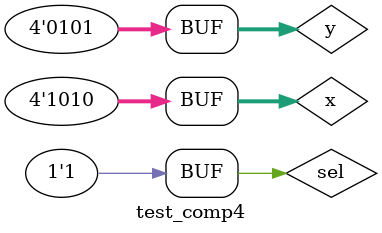
<source format=v>

module comp4 (
    output eq,      // igualdade
    output neq,     // desigualdade
    input  [3:0] a,
    input  [3:0] b
);
    wire w0, w1, w2, w3;

    xnor X0 (w0, a[0], b[0]);
    xnor X1 (w1, a[1], b[1]);
    xnor X2 (w2, a[2], b[2]);
    xnor X3 (w3, a[3], b[3]);

    and AND_EQ (eq, w0, w1, w2, w3);

    not NOT_NEQ (neq, eq);

endmodule // comp4

// ------------------------- 
// mux 2x1 usando portas
// ------------------------- 
module mux2 (
    output s,
    input  a,
    input  b,
    input  sel
);
    wire nsel, sa, sb;
    not NOT1 (nsel, sel);
    and AND1 (sa, a, nsel);
    and AND2 (sb, b, sel);
    or  OR1  (s, sa, sb);
endmodule // mux2

// ------------------------- 
// Testbench
// ------------------------- 
module test_comp4;
    reg [3:0] x;
    reg [3:0] y;
    reg sel; // 0-igual, 1-diferente
    wire eq;
    wire neq;
    wire z;

    comp4 COM (eq, neq, x, y);

    mux2 MUX1 (z, eq, neq, sel);

    initial
    begin : main
        $display("Guia_0706 - Gabriel Ferreira Pereira - 842527");
        $display("x    y    sel | eq neq | z");
        $monitor("%4b %4b  %b   | %b  %b  | %b", x, y, sel, eq, neq, z);

        // Testes
        sel = 0; // testar igualdade
        x = 4'b0000; y = 4'b0000; #1;
        x = 4'b1010; y = 4'b1010; #1;
        x = 4'b1111; y = 4'b1111; #1;
        x = 4'b1010; y = 4'b0101; #1;

        sel = 1; // testar diferença
        x = 4'b0000; y = 4'b0000; #1;
        x = 4'b1010; y = 4'b1010; #1;
        x = 4'b1111; y = 4'b1110; #1;
        x = 4'b1010; y = 4'b0101; #1;
    end
endmodule
</source>
